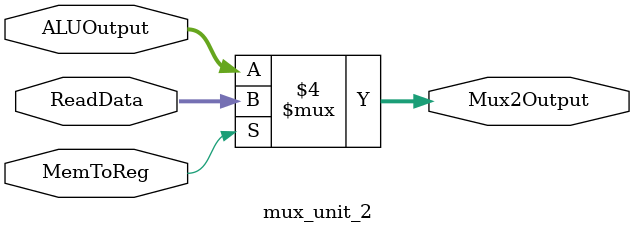
<source format=v>
`timescale 1ns / 1ps


module mux_unit_2(
    // Input are 8 bit fields
    input [7:0] ALUOutput,
    input [7:0] ReadData,
    
    // Input control signal
    input MemToReg,
    
    // Output 
    output reg [7:0] Mux2Output
    ); 
    
    // This MUX is used to switch between input data after DataMemory stage.
    always @(*)
    begin
        if(MemToReg == 1'b1)
            begin
            Mux2Output = ReadData;
            end
        else
            begin
            Mux2Output = ALUOutput;
            end
    end
endmodule

</source>
